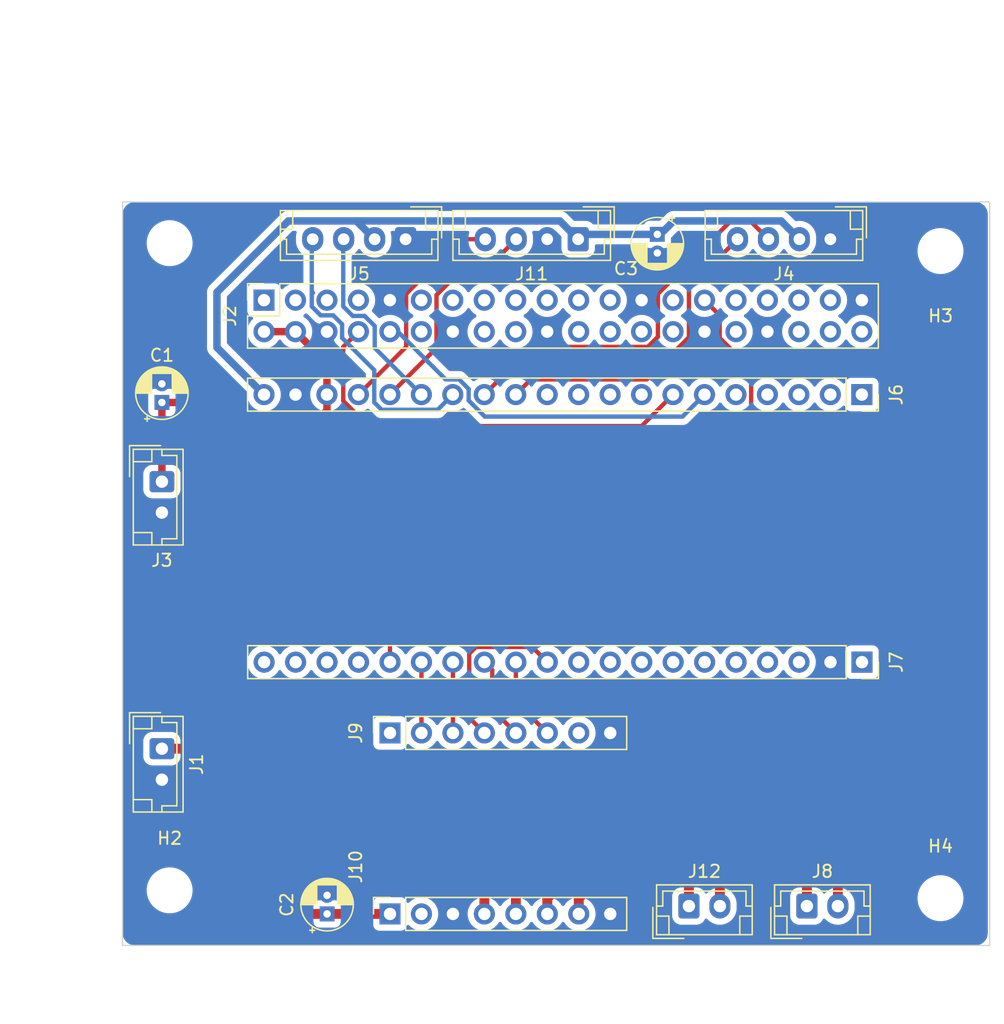
<source format=kicad_pcb>
(kicad_pcb (version 20240108) (generator "pcbnew") (generator_version "8.0")
  (layers (0 "F.Cu" signal) (31 "B.Cu" signal) (34 "B.Paste" user) (35 "F.Paste" user) (36 "B.SilkS" user "B.Silkscreen") (37 "F.SilkS" user "F.Silkscreen") (38 "B.Mask" user) (39 "F.Mask" user) (44 "Edge.Cuts" user))
  (net 0 "")
  (net 1 "GND")
  (net 2 "VM")
  (net 3 "+5V")
  (net 4 "+3.3V")
  (net 6 "DEBUG_RX")
  (net 7 "nRST")
  (net 16 "DEBUG_TX")
  (net 35 "ENCL_B")
  (net 36 "ENCL_A")
  (net 37 "ENCR_B")
  (net 38 "ENCR_A")
  (net 42 "IMU_SCL")
  (net 45 "IMU_SDA")
  (net 52 "ML_PWMA")
  (net 53 "ML_PWMB")
  (net 55 "DRV_EN")
  (net 56 "MR_PWMA")
  (net 60 "MR_PWMB")
  (net 66 "AOUT2")
  (net 67 "AOUT1")
  (net 70 "BOUT2")
  (net 72 "BOUT1")
  (footprint "Connector_JST:JST_EH_B2B-EH-A_1x02_P2.50mm_Vertical" (layer "F.Cu") (at 113.04 123.345)
    (property "Reference" "J12" (at 1.25 -2.8 0) (layer "F.SilkS"))
    (property "Value" "Screw_Terminal_01x02")
    (pad "1" thru_hole roundrect (at 0 0) (size 1.7 2) (drill 1) (layers "*.Cu" "*.Mask") (roundrect_rratio 0.147059) (net 70 "BOUT2"))
    (pad "2" thru_hole oval (at 2.5 0) (size 1.7 2) (drill 1) (layers "*.Cu" "*.Mask") (net 72 "BOUT1"))
  )
  (footprint "Connector_JST:JST_EH_B2B-EH-A_1x02_P2.50mm_Vertical" (layer "F.Cu") (at 70.495 110.645 -90)
    (property "Reference" "J1" (at 1.25 -2.8 90) (layer "F.SilkS"))
    (property "Value" "Screw_Terminal_01x02")
    (pad "1" thru_hole roundrect (at 0 0 270) (size 1.7 2) (drill 1) (layers "*.Cu" "*.Mask") (roundrect_rratio 0.147059) (net 2 "VM"))
    (pad "2" thru_hole oval (at 2.5 0 270) (size 1.7 2) (drill 1) (layers "*.Cu" "*.Mask") (net 1 "GND"))
  )
  (footprint "Connector_PinSocket_2.54mm:PinSocket_2x20_P2.54mm_Vertical" (layer "F.Cu") (at 78.74 74.45 90)
    (property "Reference" "J2" (at -1.27 -2.77 -90) (layer "F.SilkS"))
    (property "Value" "Conn_02x20_Odd_Even")
    (pad "1" thru_hole rect (at 0 0 90) (size 1.7 1.7) (drill 1) (layers "*.Cu" "*.Mask"))
    (pad "2" thru_hole oval (at -2.54 0 90) (size 1.7 1.7) (drill 1) (layers "*.Cu" "*.Mask") (net 3 "+5V"))
    (pad "3" thru_hole oval (at 0 2.54 90) (size 1.7 1.7) (drill 1) (layers "*.Cu" "*.Mask"))
    (pad "4" thru_hole oval (at -2.54 2.54 90) (size 1.7 1.7) (drill 1) (layers "*.Cu" "*.Mask") (net 3 "+5V"))
    (pad "5" thru_hole oval (at 0 5.08 90) (size 1.7 1.7) (drill 1) (layers "*.Cu" "*.Mask"))
    (pad "6" thru_hole oval (at -2.54 5.08 90) (size 1.7 1.7) (drill 1) (layers "*.Cu" "*.Mask") (net 1 "GND"))
    (pad "7" thru_hole oval (at 0 7.62 90) (size 1.7 1.7) (drill 1) (layers "*.Cu" "*.Mask"))
    (pad "8" thru_hole oval (at -2.54 7.62 90) (size 1.7 1.7) (drill 1) (layers "*.Cu" "*.Mask") (net 6 "DEBUG_RX"))
    (pad "9" thru_hole oval (at 0 10.16 90) (size 1.7 1.7) (drill 1) (layers "*.Cu" "*.Mask") (net 1 "GND"))
    (pad "10" thru_hole oval (at -2.54 10.16 90) (size 1.7 1.7) (drill 1) (layers "*.Cu" "*.Mask") (net 16 "DEBUG_TX"))
    (pad "11" thru_hole oval (at 0 12.7 90) (size 1.7 1.7) (drill 1) (layers "*.Cu" "*.Mask"))
    (pad "12" thru_hole oval (at -2.54 12.7 90) (size 1.7 1.7) (drill 1) (layers "*.Cu" "*.Mask"))
    (pad "13" thru_hole oval (at 0 15.24 90) (size 1.7 1.7) (drill 1) (layers "*.Cu" "*.Mask"))
    (pad "14" thru_hole oval (at -2.54 15.24 90) (size 1.7 1.7) (drill 1) (layers "*.Cu" "*.Mask") (net 1 "GND"))
    (pad "15" thru_hole oval (at 0 17.78 90) (size 1.7 1.7) (drill 1) (layers "*.Cu" "*.Mask"))
    (pad "16" thru_hole oval (at -2.54 17.78 90) (size 1.7 1.7) (drill 1) (layers "*.Cu" "*.Mask"))
    (pad "17" thru_hole oval (at 0 20.32 90) (size 1.7 1.7) (drill 1) (layers "*.Cu" "*.Mask"))
    (pad "18" thru_hole oval (at -2.54 20.32 90) (size 1.7 1.7) (drill 1) (layers "*.Cu" "*.Mask"))
    (pad "19" thru_hole oval (at 0 22.86 90) (size 1.7 1.7) (drill 1) (layers "*.Cu" "*.Mask"))
    (pad "20" thru_hole oval (at -2.54 22.86 90) (size 1.7 1.7) (drill 1) (layers "*.Cu" "*.Mask") (net 1 "GND"))
    (pad "21" thru_hole oval (at 0 25.4 90) (size 1.7 1.7) (drill 1) (layers "*.Cu" "*.Mask"))
    (pad "22" thru_hole oval (at -2.54 25.4 90) (size 1.7 1.7) (drill 1) (layers "*.Cu" "*.Mask"))
    (pad "23" thru_hole oval (at 0 27.94 90) (size 1.7 1.7) (drill 1) (layers "*.Cu" "*.Mask"))
    (pad "24" thru_hole oval (at -2.54 27.94 90) (size 1.7 1.7) (drill 1) (layers "*.Cu" "*.Mask"))
    (pad "25" thru_hole oval (at 0 30.48 90) (size 1.7 1.7) (drill 1) (layers "*.Cu" "*.Mask") (net 1 "GND"))
    (pad "26" thru_hole oval (at -2.54 30.48 90) (size 1.7 1.7) (drill 1) (layers "*.Cu" "*.Mask"))
    (pad "27" thru_hole oval (at 0 33.02 90) (size 1.7 1.7) (drill 1) (layers "*.Cu" "*.Mask"))
    (pad "28" thru_hole oval (at -2.54 33.02 90) (size 1.7 1.7) (drill 1) (layers "*.Cu" "*.Mask"))
    (pad "29" thru_hole oval (at 0 35.56 90) (size 1.7 1.7) (drill 1) (layers "*.Cu" "*.Mask") (net 7 "nRST"))
    (pad "30" thru_hole oval (at -2.54 35.56 90) (size 1.7 1.7) (drill 1) (layers "*.Cu" "*.Mask") (net 1 "GND"))
    (pad "31" thru_hole oval (at 0 38.1 90) (size 1.7 1.7) (drill 1) (layers "*.Cu" "*.Mask"))
    (pad "32" thru_hole oval (at -2.54 38.1 90) (size 1.7 1.7) (drill 1) (layers "*.Cu" "*.Mask"))
    (pad "33" thru_hole oval (at 0 40.64 90) (size 1.7 1.7) (drill 1) (layers "*.Cu" "*.Mask"))
    (pad "34" thru_hole oval (at -2.54 40.64 90) (size 1.7 1.7) (drill 1) (layers "*.Cu" "*.Mask") (net 1 "GND"))
    (pad "35" thru_hole oval (at 0 43.18 90) (size 1.7 1.7) (drill 1) (layers "*.Cu" "*.Mask"))
    (pad "36" thru_hole oval (at -2.54 43.18 90) (size 1.7 1.7) (drill 1) (layers "*.Cu" "*.Mask"))
    (pad "37" thru_hole oval (at 0 45.72 90) (size 1.7 1.7) (drill 1) (layers "*.Cu" "*.Mask"))
    (pad "38" thru_hole oval (at -2.54 45.72 90) (size 1.7 1.7) (drill 1) (layers "*.Cu" "*.Mask"))
    (pad "39" thru_hole oval (at 0 48.26 90) (size 1.7 1.7) (drill 1) (layers "*.Cu" "*.Mask") (net 1 "GND"))
    (pad "40" thru_hole oval (at -2.54 48.26 90) (size 1.7 1.7) (drill 1) (layers "*.Cu" "*.Mask"))
  )
  (footprint "Capacitor_THT:CP_Radial_D4.0mm_P1.50mm" (layer "F.Cu") (at 110.49 69.14 -90)
    (property "Reference" "C3" (at 2.77 2.53 180) (layer "F.SilkS"))
    (property "Value" "10u")
    (pad "1" thru_hole rect (at 0 0 270) (size 1.2 1.2) (drill 0.6) (layers "*.Cu" "*.Mask") (net 4 "+3.3V"))
    (pad "2" thru_hole circle (at 1.5 0 270) (size 1.2 1.2) (drill 0.6) (layers "*.Cu" "*.Mask") (net 1 "GND"))
  )
  (footprint "Connector_PinSocket_2.54mm:PinSocket_1x08_P2.54mm_Vertical" (layer "F.Cu") (at 88.91 123.98 90)
    (property "Reference" "J10" (at 3.81 -2.77 -90) (layer "F.SilkS"))
    (property "Value" "Conn_01x08")
    (pad "1" thru_hole rect (at 0 0 90) (size 1.7 1.7) (drill 1) (layers "*.Cu" "*.Mask") (net 2 "VM"))
    (pad "2" thru_hole oval (at 0 2.54 90) (size 1.7 1.7) (drill 1) (layers "*.Cu" "*.Mask"))
    (pad "3" thru_hole oval (at 0 5.08 90) (size 1.7 1.7) (drill 1) (layers "*.Cu" "*.Mask") (net 1 "GND"))
    (pad "4" thru_hole oval (at 0 7.62 90) (size 1.7 1.7) (drill 1) (layers "*.Cu" "*.Mask") (net 67 "AOUT1"))
    (pad "5" thru_hole oval (at 0 10.16 90) (size 1.7 1.7) (drill 1) (layers "*.Cu" "*.Mask") (net 66 "AOUT2"))
    (pad "6" thru_hole oval (at 0 12.7 90) (size 1.7 1.7) (drill 1) (layers "*.Cu" "*.Mask") (net 72 "BOUT1"))
    (pad "7" thru_hole oval (at 0 15.24 90) (size 1.7 1.7) (drill 1) (layers "*.Cu" "*.Mask") (net 70 "BOUT2"))
    (pad "8" thru_hole oval (at 0 17.78 90) (size 1.7 1.7) (drill 1) (layers "*.Cu" "*.Mask") (net 1 "GND"))
  )
  (footprint "Connector_JST:JST_EH_B4B-EH-A_1x04_P2.50mm_Vertical" (layer "F.Cu") (at 90.17 69.53 180)
    (property "Reference" "J5" (at 3.75 -2.8 180) (layer "F.SilkS"))
    (property "Value" "Conn_01x04")
    (pad "1" thru_hole roundrect (at 0 0 180) (size 1.7 1.95) (drill 0.95) (layers "*.Cu" "*.Mask") (roundrect_rratio 0.147059) (net 1 "GND"))
    (pad "2" thru_hole oval (at 2.5 0 180) (size 1.7 1.95) (drill 0.95) (layers "*.Cu" "*.Mask") (net 4 "+3.3V"))
    (pad "3" thru_hole oval (at 5 0 180) (size 1.7 1.95) (drill 0.95) (layers "*.Cu" "*.Mask") (net 37 "ENCR_B"))
    (pad "4" thru_hole oval (at 7.5 0 180) (size 1.7 1.95) (drill 0.95) (layers "*.Cu" "*.Mask") (net 38 "ENCR_A"))
  )
  (footprint "MountingHole:MountingHole_3.2mm_M3" (layer "F.Cu") (at 71.12 122.075)
    (property "Reference" "H2" (at 0 -4.2 0) (layer "F.SilkS"))
    (property "Value" "MountingHole")
    (pad "" np_thru_hole circle (at 0 0) (size 3.2 3.2) (drill 3.2) (layers "*.Cu" "*.Mask"))
  )
  (footprint "Connector_PinSocket_2.54mm:PinSocket_1x08_P2.54mm_Vertical" (layer "F.Cu") (at 88.91 109.375 90)
    (property "Reference" "J9" (at 0 -2.77 -90) (layer "F.SilkS"))
    (property "Value" "Conn_01x08")
    (pad "1" thru_hole rect (at 0 0 90) (size 1.7 1.7) (drill 1) (layers "*.Cu" "*.Mask"))
    (pad "2" thru_hole oval (at 0 2.54 90) (size 1.7 1.7) (drill 1) (layers "*.Cu" "*.Mask") (net 52 "ML_PWMA"))
    (pad "3" thru_hole oval (at 0 5.08 90) (size 1.7 1.7) (drill 1) (layers "*.Cu" "*.Mask") (net 53 "ML_PWMB"))
    (pad "4" thru_hole oval (at 0 7.62 90) (size 1.7 1.7) (drill 1) (layers "*.Cu" "*.Mask") (net 55 "DRV_EN"))
    (pad "5" thru_hole oval (at 0 10.16 90) (size 1.7 1.7) (drill 1) (layers "*.Cu" "*.Mask") (net 56 "MR_PWMA"))
    (pad "6" thru_hole oval (at 0 12.7 90) (size 1.7 1.7) (drill 1) (layers "*.Cu" "*.Mask") (net 60 "MR_PWMB"))
    (pad "7" thru_hole oval (at 0 15.24 90) (size 1.7 1.7) (drill 1) (layers "*.Cu" "*.Mask"))
    (pad "8" thru_hole oval (at 0 17.78 90) (size 1.7 1.7) (drill 1) (layers "*.Cu" "*.Mask") (net 1 "GND"))
  )
  (footprint "MountingHole:MountingHole_3.2mm_M3" (layer "F.Cu") (at 133.35 122.71)
    (property "Reference" "H4" (at 0 -4.2 0) (layer "F.SilkS"))
    (property "Value" "MountingHole")
    (pad "" np_thru_hole circle (at 0 0) (size 3.2 3.2) (drill 3.2) (layers "*.Cu" "*.Mask"))
  )
  (footprint "Connector_JST:JST_EH_B2B-EH-A_1x02_P2.50mm_Vertical" (layer "F.Cu") (at 70.495 89.095 -90)
    (property "Reference" "J3" (at 6.35 0 180) (layer "F.SilkS"))
    (property "Value" "Conn_01x02")
    (pad "1" thru_hole roundrect (at 0 0 270) (size 1.7 2) (drill 1) (layers "*.Cu" "*.Mask") (roundrect_rratio 0.147059) (net 3 "+5V"))
    (pad "2" thru_hole oval (at 2.5 0 270) (size 1.7 2) (drill 1) (layers "*.Cu" "*.Mask") (net 1 "GND"))
  )
  (footprint "MountingHole:MountingHole_3.2mm_M3" (layer "F.Cu") (at 71.12 69.85)
    (property "Reference" "H1" (hide yes))
    (property "Value" "MountingHole")
    (pad "" np_thru_hole circle (at 0 0) (size 3.2 3.2) (drill 3.2) (layers "*.Cu" "*.Mask"))
  )
  (footprint "Connector_JST:JST_EH_B2B-EH-A_1x02_P2.50mm_Vertical" (layer "F.Cu") (at 122.565 123.345)
    (property "Reference" "J8" (at 1.25 -2.8 0) (layer "F.SilkS"))
    (property "Value" "Screw_Terminal_01x02")
    (pad "1" thru_hole roundrect (at 0 0) (size 1.7 2) (drill 1) (layers "*.Cu" "*.Mask") (roundrect_rratio 0.147059) (net 66 "AOUT2"))
    (pad "2" thru_hole oval (at 2.5 0) (size 1.7 2) (drill 1) (layers "*.Cu" "*.Mask") (net 67 "AOUT1"))
  )
  (footprint "Connector_JST:JST_EH_B4B-EH-A_1x04_P2.50mm_Vertical" (layer "F.Cu") (at 104.1 69.53 180)
    (property "Reference" "J11" (at 3.75 -2.8 180) (layer "F.SilkS"))
    (property "Value" "Conn_01x04")
    (pad "1" thru_hole roundrect (at 0 0 180) (size 1.7 1.95) (drill 0.95) (layers "*.Cu" "*.Mask") (roundrect_rratio 0.147059) (net 4 "+3.3V"))
    (pad "2" thru_hole oval (at 2.5 0 180) (size 1.7 1.95) (drill 0.95) (layers "*.Cu" "*.Mask") (net 1 "GND"))
    (pad "3" thru_hole oval (at 5 0 180) (size 1.7 1.95) (drill 0.95) (layers "*.Cu" "*.Mask") (net 42 "IMU_SCL"))
    (pad "4" thru_hole oval (at 7.5 0 180) (size 1.7 1.95) (drill 0.95) (layers "*.Cu" "*.Mask") (net 45 "IMU_SDA"))
  )
  (footprint "Capacitor_THT:CP_Radial_D4.0mm_P1.50mm" (layer "F.Cu") (at 83.83 123.98 90)
    (property "Reference" "C2" (at 0.75 -3.25 -90) (layer "F.SilkS"))
    (property "Value" "100u")
    (pad "1" thru_hole rect (at 0 0 90) (size 1.2 1.2) (drill 0.6) (layers "*.Cu" "*.Mask") (net 2 "VM"))
    (pad "2" thru_hole circle (at 1.5 0 90) (size 1.2 1.2) (drill 0.6) (layers "*.Cu" "*.Mask") (net 1 "GND"))
  )
  (footprint "Connector_PinSocket_2.54mm:PinSocket_1x20_P2.54mm_Vertical" (layer "F.Cu") (at 127.01 103.66 -90)
    (property "Reference" "J7" (at 0 -2.77 90) (layer "F.SilkS"))
    (property "Value" "Conn_01x20")
    (pad "1" thru_hole rect (at 0 0 270) (size 1.7 1.7) (drill 1) (layers "*.Cu" "*.Mask") (net 3 "+5V"))
    (pad "2" thru_hole oval (at 0 2.54 270) (size 1.7 1.7) (drill 1) (layers "*.Cu" "*.Mask") (net 1 "GND"))
    (pad "3" thru_hole oval (at 0 5.08 270) (size 1.7 1.7) (drill 1) (layers "*.Cu" "*.Mask") (net 4 "+3.3V"))
    (pad "4" thru_hole oval (at 0 7.62 270) (size 1.7 1.7) (drill 1) (layers "*.Cu" "*.Mask"))
    (pad "5" thru_hole oval (at 0 10.16 270) (size 1.7 1.7) (drill 1) (layers "*.Cu" "*.Mask"))
    (pad "6" thru_hole oval (at 0 12.7 270) (size 1.7 1.7) (drill 1) (layers "*.Cu" "*.Mask"))
    (pad "7" thru_hole oval (at 0 15.24 270) (size 1.7 1.7) (drill 1) (layers "*.Cu" "*.Mask"))
    (pad "8" thru_hole oval (at 0 17.78 270) (size 1.7 1.7) (drill 1) (layers "*.Cu" "*.Mask"))
    (pad "9" thru_hole oval (at 0 20.32 270) (size 1.7 1.7) (drill 1) (layers "*.Cu" "*.Mask"))
    (pad "10" thru_hole oval (at 0 22.86 270) (size 1.7 1.7) (drill 1) (layers "*.Cu" "*.Mask"))
    (pad "11" thru_hole oval (at 0 25.4 270) (size 1.7 1.7) (drill 1) (layers "*.Cu" "*.Mask") (net 55 "DRV_EN"))
    (pad "12" thru_hole oval (at 0 27.94 270) (size 1.7 1.7) (drill 1) (layers "*.Cu" "*.Mask") (net 60 "MR_PWMB"))
    (pad "13" thru_hole oval (at 0 30.48 270) (size 1.7 1.7) (drill 1) (layers "*.Cu" "*.Mask") (net 56 "MR_PWMA"))
    (pad "14" thru_hole oval (at 0 33.02 270) (size 1.7 1.7) (drill 1) (layers "*.Cu" "*.Mask") (net 53 "ML_PWMB"))
    (pad "15" thru_hole oval (at 0 35.56 270) (size 1.7 1.7) (drill 1) (layers "*.Cu" "*.Mask") (net 52 "ML_PWMA"))
    (pad "16" thru_hole oval (at 0 38.1 270) (size 1.7 1.7) (drill 1) (layers "*.Cu" "*.Mask") (net 7 "nRST"))
    (pad "17" thru_hole oval (at 0 40.64 270) (size 1.7 1.7) (drill 1) (layers "*.Cu" "*.Mask"))
    (pad "18" thru_hole oval (at 0 43.18 270) (size 1.7 1.7) (drill 1) (layers "*.Cu" "*.Mask"))
    (pad "19" thru_hole oval (at 0 45.72 270) (size 1.7 1.7) (drill 1) (layers "*.Cu" "*.Mask"))
    (pad "20" thru_hole oval (at 0 48.26 270) (size 1.7 1.7) (drill 1) (layers "*.Cu" "*.Mask"))
  )
  (footprint "MountingHole:MountingHole_3.2mm_M3" (layer "F.Cu") (at 133.35 70.485)
    (property "Reference" "H3" (at 0.01 5.235 0) (layer "F.SilkS"))
    (property "Value" "MountingHole")
    (pad "" np_thru_hole circle (at 0 0) (size 3.2 3.2) (drill 3.2) (layers "*.Cu" "*.Mask"))
  )
  (footprint "Connector_PinSocket_2.54mm:PinSocket_1x20_P2.54mm_Vertical" (layer "F.Cu") (at 127 82.07 -90)
    (property "Reference" "J6" (at 0 -2.77 90) (layer "F.SilkS"))
    (property "Value" "Conn_01x20")
    (pad "1" thru_hole rect (at 0 0 270) (size 1.7 1.7) (drill 1) (layers "*.Cu" "*.Mask"))
    (pad "2" thru_hole oval (at 0 2.54 270) (size 1.7 1.7) (drill 1) (layers "*.Cu" "*.Mask"))
    (pad "3" thru_hole oval (at 0 5.08 270) (size 1.7 1.7) (drill 1) (layers "*.Cu" "*.Mask"))
    (pad "4" thru_hole oval (at 0 7.62 270) (size 1.7 1.7) (drill 1) (layers "*.Cu" "*.Mask"))
    (pad "5" thru_hole oval (at 0 10.16 270) (size 1.7 1.7) (drill 1) (layers "*.Cu" "*.Mask"))
    (pad "6" thru_hole oval (at 0 12.7 270) (size 1.7 1.7) (drill 1) (layers "*.Cu" "*.Mask") (net 16 "DEBUG_TX"))
    (pad "7" thru_hole oval (at 0 15.24 270) (size 1.7 1.7) (drill 1) (layers "*.Cu" "*.Mask") (net 6 "DEBUG_RX"))
    (pad "8" thru_hole oval (at 0 17.78 270) (size 1.7 1.7) (drill 1) (layers "*.Cu" "*.Mask"))
    (pad "9" thru_hole oval (at 0 20.32 270) (size 1.7 1.7) (drill 1) (layers "*.Cu" "*.Mask"))
    (pad "10" thru_hole oval (at 0 22.86 270) (size 1.7 1.7) (drill 1) (layers "*.Cu" "*.Mask"))
    (pad "11" thru_hole oval (at 0 25.4 270) (size 1.7 1.7) (drill 1) (layers "*.Cu" "*.Mask"))
    (pad "12" thru_hole oval (at 0 27.94 270) (size 1.7 1.7) (drill 1) (layers "*.Cu" "*.Mask") (net 36 "ENCL_A"))
    (pad "13" thru_hole oval (at 0 30.48 270) (size 1.7 1.7) (drill 1) (layers "*.Cu" "*.Mask") (net 35 "ENCL_B"))
    (pad "14" thru_hole oval (at 0 33.02 270) (size 1.7 1.7) (drill 1) (layers "*.Cu" "*.Mask") (net 38 "ENCR_A"))
    (pad "15" thru_hole oval (at 0 35.56 270) (size 1.7 1.7) (drill 1) (layers "*.Cu" "*.Mask") (net 37 "ENCR_B"))
    (pad "16" thru_hole oval (at 0 38.1 270) (size 1.7 1.7) (drill 1) (layers "*.Cu" "*.Mask") (net 42 "IMU_SCL"))
    (pad "17" thru_hole oval (at 0 40.64 270) (size 1.7 1.7) (drill 1) (layers "*.Cu" "*.Mask") (net 45 "IMU_SDA"))
    (pad "18" thru_hole oval (at 0 43.18 270) (size 1.7 1.7) (drill 1) (layers "*.Cu" "*.Mask") (net 3 "+5V"))
    (pad "19" thru_hole oval (at 0 45.72 270) (size 1.7 1.7) (drill 1) (layers "*.Cu" "*.Mask") (net 1 "GND"))
    (pad "20" thru_hole oval (at 0 48.26 270) (size 1.7 1.7) (drill 1) (layers "*.Cu" "*.Mask") (net 4 "+3.3V"))
  )
  (footprint "Capacitor_THT:CP_Radial_D4.0mm_P1.50mm" (layer "F.Cu") (at 70.495 82.705 90)
    (property "Reference" "C1" (at 3.81 0 0) (layer "F.SilkS"))
    (property "Value" "10u")
    (pad "1" thru_hole rect (at 0 0 90) (size 1.2 1.2) (drill 0.6) (layers "*.Cu" "*.Mask") (net 3 "+5V"))
    (pad "2" thru_hole circle (at 1.5 0 90) (size 1.2 1.2) (drill 0.6) (layers "*.Cu" "*.Mask") (net 1 "GND"))
  )
  (footprint "Connector_JST:JST_EH_B4B-EH-A_1x04_P2.50mm_Vertical" (layer "F.Cu") (at 124.46 69.53 180)
    (property "Reference" "J4" (at 3.75 -2.8 180) (layer "F.SilkS"))
    (property "Value" "Conn_01x04")
    (pad "1" thru_hole roundrect (at 0 0 180) (size 1.7 1.95) (drill 0.95) (layers "*.Cu" "*.Mask") (roundrect_rratio 0.147059) (net 1 "GND"))
    (pad "2" thru_hole oval (at 2.5 0 180) (size 1.7 1.95) (drill 0.95) (layers "*.Cu" "*.Mask") (net 4 "+3.3V"))
    (pad "3" thru_hole oval (at 5 0 180) (size 1.7 1.95) (drill 0.95) (layers "*.Cu" "*.Mask") (net 35 "ENCL_B"))
    (pad "4" thru_hole oval (at 7.5 0 180) (size 1.7 1.95) (drill 0.95) (layers "*.Cu" "*.Mask") (net 36 "ENCL_A"))
  )
  (gr_rect (start 67.32 66.52) (end 137.32 126.52) (stroke (width 0.1)) (fill none) (layer "Edge.Cuts"))
  (segment (start 81.925 123.98) (end 76.845 118.9) (width 0.8) (layer "F.Cu") (net 2))
  (segment (start 72.4 110.645) (end 70.495 110.645) (width 0.8) (layer "F.Cu") (net 2))
  (segment (start 76.845 115.09) (end 72.4 110.645) (width 0.8) (layer "F.Cu") (net 2))
  (segment (start 83.83 123.98) (end 81.925 123.98) (width 0.8) (layer "F.Cu") (net 2))
  (segment (start 88.91 123.98) (end 83.83 123.98) (width 0.8) (layer "F.Cu") (net 2))
  (segment (start 76.845 118.9) (end 76.845 115.09) (width 0.8) (layer "F.Cu") (net 2))
  (segment (start 70.495 89.095) (end 70.495 82.705) (width 0.6) (layer "F.Cu") (net 3))
  (segment (start 73.035 82.705) (end 74.305 83.975) (width 0.6) (layer "F.Cu") (net 3))
  (segment (start 81.28 76.99) (end 83.82 79.53) (width 0.6) (layer "F.Cu") (net 3))
  (segment (start 70.495 82.705) (end 73.035 82.705) (width 0.6) (layer "F.Cu") (net 3))
  (segment (start 83.195 83.975) (end 83.82 83.35) (width 0.6) (layer "F.Cu") (net 3))
  (segment (start 78.74 76.99) (end 81.28 76.99) (width 0.6) (layer "F.Cu") (net 3))
  (segment (start 74.305 83.975) (end 83.195 83.975) (width 0.6) (layer "F.Cu") (net 3))
  (segment (start 83.82 83.35) (end 83.82 82.07) (width 0.6) (layer "F.Cu") (net 3))
  (segment (start 83.82 79.53) (end 83.82 82.07) (width 0.6) (layer "F.Cu") (net 3))
  (segment (start 104.1 69.53) (end 102.625 68.055) (width 0.6) (layer "B.Cu") (net 4))
  (segment (start 111.815 68.055) (end 120.485 68.055) (width 0.6) (layer "B.Cu") (net 4))
  (segment (start 74.94 78.27) (end 74.94 73.815) (width 0.6) (layer "B.Cu") (net 4))
  (segment (start 110.49 69.14) (end 110.73 69.14) (width 0.6) (layer "B.Cu") (net 4))
  (segment (start 102.625 68.055) (end 86.195 68.055) (width 0.6) (layer "B.Cu") (net 4))
  (segment (start 86.195 68.055) (end 87.67 69.53) (width 0.6) (layer "B.Cu") (net 4))
  (segment (start 104.49 69.14) (end 104.1 69.53) (width 0.6) (layer "B.Cu") (net 4))
  (segment (start 110.73 69.14) (end 111.815 68.055) (width 0.6) (layer "B.Cu") (net 4))
  (segment (start 74.94 73.815) (end 80.7 68.055) (width 0.6) (layer "B.Cu") (net 4))
  (segment (start 110.49 69.14) (end 104.49 69.14) (width 0.6) (layer "B.Cu") (net 4))
  (segment (start 80.7 68.055) (end 86.195 68.055) (width 0.6) (layer "B.Cu") (net 4))
  (segment (start 78.74 82.07) (end 74.94 78.27) (width 0.6) (layer "B.Cu") (net 4))
  (segment (start 120.485 68.055) (end 121.96 69.53) (width 0.6) (layer "B.Cu") (net 4))
  (segment (start 85.135 78.215) (end 86.36 76.99) (width 0.35) (layer "F.Cu") (net 6))
  (segment (start 109.22 84.61) (end 87.167588 84.61) (width 0.35) (layer "F.Cu") (net 6))
  (segment (start 87.167588 84.61) (end 85.135 82.577412) (width 0.35) (layer "F.Cu") (net 6))
  (segment (start 111.76 82.07) (end 109.22 84.61) (width 0.35) (layer "F.Cu") (net 6))
  (segment (start 85.135 82.577412) (end 85.135 78.215) (width 0.35) (layer "F.Cu") (net 6))
  (segment (start 116.215 85.88) (end 104.785 85.88) (width 0.35) (layer "F.Cu") (net 7))
  (segment (start 118.065 84.03) (end 116.215 85.88) (width 0.35) (layer "F.Cu") (net 7))
  (segment (start 114.3 74.45) (end 115.525 75.675) (width 0.35) (layer "F.Cu") (net 7))
  (segment (start 104.785 85.88) (end 88.91 101.755) (width 0.35) (layer "F.Cu") (net 7))
  (segment (start 115.525 75.675) (end 115.525 77.497412) (width 0.35) (layer "F.Cu") (net 7))
  (segment (start 115.525 77.497412) (end 118.065 80.037412) (width 0.35) (layer "F.Cu") (net 7))
  (segment (start 118.065 80.037412) (end 118.065 84.03) (width 0.35) (layer "F.Cu") (net 7))
  (segment (start 88.91 101.755) (end 88.91 103.66) (width 0.35) (layer "F.Cu") (net 7))
  (segment (start 93.4 80.845) (end 89.545 76.99) (width 0.35) (layer "B.Cu") (net 16))
  (segment (start 95.26 81.617588) (end 94.487412 80.845) (width 0.35) (layer "B.Cu") (net 16))
  (segment (start 112.525 83.845) (end 96.562588 83.845) (width 0.35) (layer "B.Cu") (net 16))
  (segment (start 114.3 82.07) (end 112.525 83.845) (width 0.35) (layer "B.Cu") (net 16))
  (segment (start 95.26 82.542412) (end 95.26 81.617588) (width 0.35) (layer "B.Cu") (net 16))
  (segment (start 96.562588 83.845) (end 95.26 82.542412) (width 0.35) (layer "B.Cu") (net 16))
  (segment (start 94.487412 80.845) (end 93.4 80.845) (width 0.35) (layer "B.Cu") (net 16))
  (segment (start 89.545 76.99) (end 88.9 76.99) (width 0.35) (layer "B.Cu") (net 16))
  (segment (start 96.52 82.07) (end 100.375 78.215) (width 0.35) (layer "F.Cu") (net 35))
  (segment (start 109.727412 78.215) (end 110.535 77.407412) (width 0.35) (layer "F.Cu") (net 35))
  (segment (start 118.11 68.18) (end 119.46 69.53) (width 0.35) (layer "F.Cu") (net 35))
  (segment (start 100.375 78.215) (end 109.727412 78.215) (width 0.35) (layer "F.Cu") (net 35))
  (segment (start 110.535 73.942588) (end 116.297588 68.18) (width 0.35) (layer "F.Cu") (net 35))
  (segment (start 110.535 77.407412) (end 110.535 73.942588) (width 0.35) (layer "F.Cu") (net 35))
  (segment (start 116.297588 68.18) (end 118.11 68.18) (width 0.35) (layer "F.Cu") (net 35))
  (segment (start 113.04 77.442412) (end 113.04 73.45) (width 0.35) (layer "F.Cu") (net 36))
  (segment (start 100.285 80.845) (end 109.637412 80.845) (width 0.35) (layer "F.Cu") (net 36))
  (segment (start 99.06 82.07) (end 100.285 80.845) (width 0.35) (layer "F.Cu") (net 36))
  (segment (start 109.637412 80.845) (end 113.04 77.442412) (width 0.35) (layer "F.Cu") (net 36))
  (segment (start 113.04 73.45) (end 116.96 69.53) (width 0.35) (layer "F.Cu") (net 36))
  (segment (start 85.135 74.957412) (end 85.897588 75.72) (width 0.35) (layer "B.Cu") (net 37))
  (segment (start 86.857412 75.72) (end 87.675 76.537588) (width 0.35) (layer "B.Cu") (net 37))
  (segment (start 85.135 69.565) (end 85.135 74.957412) (width 0.35) (layer "B.Cu") (net 37))
  (segment (start 87.675 76.537588) (end 87.675 78.305) (width 0.35) (layer "B.Cu") (net 37))
  (segment (start 85.897588 75.72) (end 86.857412 75.72) (width 0.35) (layer "B.Cu") (net 37))
  (segment (start 85.17 69.53) (end 85.135 69.565) (width 0.35) (layer "B.Cu") (net 37))
  (segment (start 87.675 78.305) (end 91.44 82.07) (width 0.35) (layer "B.Cu") (net 37))
  (segment (start 82.595 69.605) (end 82.67 69.53) (width 0.35) (layer "B.Cu") (net 38))
  (segment (start 87.64 82.705) (end 87.64 80.092412) (width 0.35) (layer "B.Cu") (net 38))
  (segment (start 82.681941 73.855647) (end 82.595 73.768706) (width 0.35) (layer "B.Cu") (net 38))
  (segment (start 87.64 80.092412) (end 85.045 77.497412) (width 0.35) (layer "B.Cu") (net 38))
  (segment (start 82.595 73.942588) (end 82.681941 73.855647) (width 0.35) (layer "B.Cu") (net 38))
  (segment (start 83.312588 75.675) (end 82.595 74.957412) (width 0.35) (layer "B.Cu") (net 38))
  (segment (start 82.595 73.768706) (end 82.595 69.605) (width 0.35) (layer "B.Cu") (net 38))
  (segment (start 93.98 82.07) (end 92.755 83.295) (width 0.35) (layer "B.Cu") (net 38))
  (segment (start 88.23 83.295) (end 87.64 82.705) (width 0.35) (layer "B.Cu") (net 38))
  (segment (start 85.045 76.392588) (end 84.327412 75.675) (width 0.35) (layer "B.Cu") (net 38))
  (segment (start 84.327412 75.675) (end 83.312588 75.675) (width 0.35) (layer "B.Cu") (net 38))
  (segment (start 92.755 83.295) (end 88.23 83.295) (width 0.35) (layer "B.Cu") (net 38))
  (segment (start 85.045 77.497412) (end 85.045 76.392588) (width 0.35) (layer "B.Cu") (net 38))
  (segment (start 82.595 74.957412) (end 82.595 73.942588) (width 0.35) (layer "B.Cu") (net 38))
  (segment (start 88.9 82.07) (end 92.665 78.305) (width 0.35) (layer "F.Cu") (net 42))
  (segment (start 95.422588 71.275) (end 97.355 71.275) (width 0.35) (layer "F.Cu") (net 42))
  (segment (start 92.665 74.032588) (end 95.422588 71.275) (width 0.35) (layer "F.Cu") (net 42))
  (segment (start 97.355 71.275) (end 99.1 69.53) (width 0.35) (layer "F.Cu") (net 42))
  (segment (start 92.665 78.305) (end 92.665 74.032588) (width 0.35) (layer "F.Cu") (net 42))
  (segment (start 94.627588 69.53) (end 96.6 69.53) (width 0.35) (layer "F.Cu") (net 45))
  (segment (start 86.36 82.07) (end 90.215 78.215) (width 0.35) (layer "F.Cu") (net 45))
  (segment (start 90.215 73.942588) (end 94.627588 69.53) (width 0.35) (layer "F.Cu") (net 45))
  (segment (start 90.215 78.215) (end 90.215 73.942588) (width 0.35) (layer "F.Cu") (net 45))
  (segment (start 91.45 103.66) (end 91.45 109.375) (width 0.35) (layer "F.Cu") (net 52))
  (segment (start 93.99 109.375) (end 93.99 103.66) (width 0.35) (layer "F.Cu") (net 53))
  (segment (start 101.61 103.66) (end 100.385 102.435) (width 0.35) (layer "F.Cu") (net 55))
  (segment (start 95.305 102.98) (end 95.305 108.15) (width 0.35) (layer "F.Cu") (net 55))
  (segment (start 100.385 102.435) (end 95.85 102.435) (width 0.35) (layer "F.Cu") (net 55))
  (segment (start 95.305 108.15) (end 96.53 109.375) (width 0.35) (layer "F.Cu") (net 55))
  (segment (start 95.85 102.435) (end 95.305 102.98) (width 0.35) (layer "F.Cu") (net 55))
  (segment (start 97.165 107.47) (end 99.07 109.375) (width 0.35) (layer "F.Cu") (net 56))
  (segment (start 96.53 103.66) (end 97.165 104.295) (width 0.35) (layer "F.Cu") (net 56))
  (segment (start 97.165 104.295) (end 97.165 107.47) (width 0.35) (layer "F.Cu") (net 56))
  (segment (start 99.07 103.66) (end 99.07 106.835) (width 0.35) (layer "F.Cu") (net 60))
  (segment (start 99.07 106.835) (end 101.61 109.375) (width 0.35) (layer "F.Cu") (net 60))
  (segment (start 122.565 120.805) (end 122.565 123.345) (width 0.8) (layer "F.Cu") (net 66))
  (segment (start 99.07 123.98) (end 99.07 122.075) (width 0.8) (layer "F.Cu") (net 66))
  (segment (start 99.07 122.075) (end 103.515 117.63) (width 0.8) (layer "F.Cu") (net 66))
  (segment (start 119.39 117.63) (end 122.565 120.805) (width 0.8) (layer "F.Cu") (net 66))
  (segment (start 103.515 117.63) (end 119.39 117.63) (width 0.8) (layer "F.Cu") (net 66))
  (segment (start 96.53 123.98) (end 96.53 123.345) (width 0.35) (layer "F.Cu") (net 67))
  (segment (start 101.61 116.36) (end 120.025 116.36) (width 0.8) (layer "F.Cu") (net 67))
  (segment (start 96.53 123.98) (end 96.53 121.44) (width 0.8) (layer "F.Cu") (net 67))
  (segment (start 120.025 116.36) (end 125.065 121.4) (width 0.8) (layer "F.Cu") (net 67))
  (segment (start 96.53 121.44) (end 101.61 116.36) (width 0.8) (layer "F.Cu") (net 67))
  (segment (start 125.065 121.4) (end 125.065 123.345) (width 0.8) (layer "F.Cu") (net 67))
  (segment (start 113.04 121.44) (end 113.04 123.345) (width 0.8) (layer "F.Cu") (net 70))
  (segment (start 104.15 123.98) (end 104.15 122.71) (width 0.8) (layer "F.Cu") (net 70))
  (segment (start 112.405 120.805) (end 113.04 121.44) (width 0.8) (layer "F.Cu") (net 70))
  (segment (start 104.15 122.71) (end 106.055 120.805) (width 0.8) (layer "F.Cu") (net 70))
  (segment (start 112.45 122.755) (end 113.04 123.345) (width 0.35) (layer "F.Cu") (net 70))
  (segment (start 106.055 120.805) (end 112.405 120.805) (width 0.8) (layer "F.Cu") (net 70))
  (segment (start 115.54 123.495) (end 115.54 123.345) (width 0.8) (layer "F.Cu") (net 72))
  (segment (start 113.675 119.535) (end 115.54 121.4) (width 0.8) (layer "F.Cu") (net 72))
  (segment (start 101.61 122.71) (end 104.785 119.535) (width 0.8) (layer "F.Cu") (net 72))
  (segment (start 115.54 121.4) (end 115.54 123.345) (width 0.8) (layer "F.Cu") (net 72))
  (segment (start 104.785 119.535) (end 113.675 119.535) (width 0.8) (layer "F.Cu") (net 72))
  (segment (start 101.61 123.98) (end 101.61 122.71) (width 0.8) (layer "F.Cu") (net 72))
  (segment (start 101.61 123.98) (end 101.61 123.345) (width 0.35) (layer "F.Cu") (net 72))
  (zone (net 1) (net_name "GND") (layer "B.Cu") (connect_pads yes (clearance 0.5)) (min_thickness 0.25) (fill yes (thermal_gap 0.5) (thermal_bridge_width 0.5) (smoothing fillet) (radius 1))
    (polygon (pts (xy 67.32 66.195) (xy 67.32 126.52) (xy 137.17 126.52) (xy 137.17 66.195)))
  )
)
</source>
